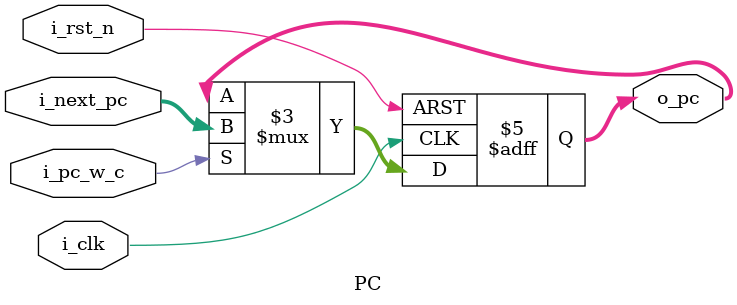
<source format=v>
`timescale 1ns / 1ps

module PC(o_pc, i_next_pc, i_clk, i_rst_n, i_pc_w_c);
	input [31:0] i_next_pc;
	input i_clk, i_rst_n, i_pc_w_c;
	output reg [31:0] o_pc;
	
	always@(posedge i_clk or negedge i_rst_n)begin
		if(!i_rst_n)
			o_pc <= 0;
		else begin		
			if(i_pc_w_c)
				o_pc <= i_next_pc;
		end
	end
endmodule

</source>
